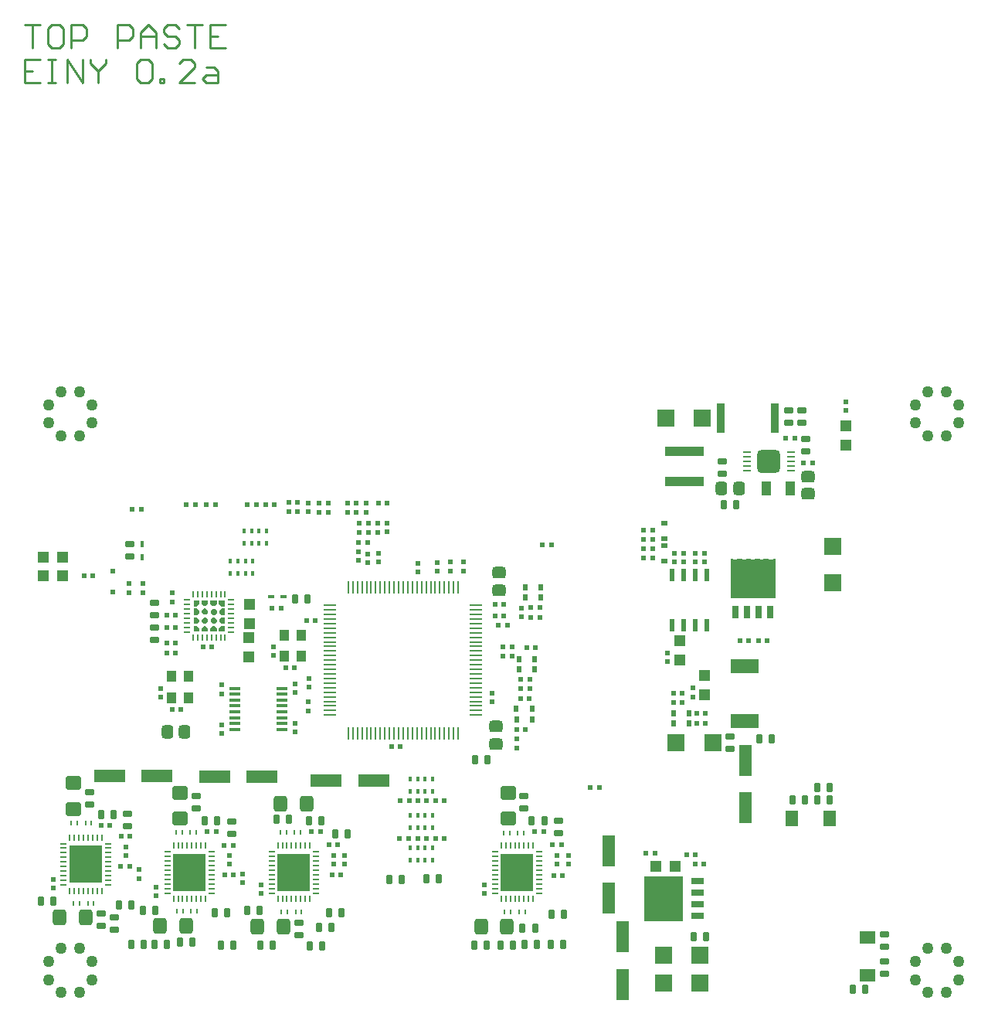
<source format=gtp>
G04 Layer_Color=8421504*
%FSLAX25Y25*%
%MOIN*%
G70*
G01*
G75*
%ADD60C,0.01000*%
%ADD97C,0.05000*%
G04:AMPARAMS|DCode=136|XSize=20mil|YSize=22mil|CornerRadius=3.4mil|HoleSize=0mil|Usage=FLASHONLY|Rotation=0.000|XOffset=0mil|YOffset=0mil|HoleType=Round|Shape=RoundedRectangle|*
%AMROUNDEDRECTD136*
21,1,0.02000,0.01520,0,0,0.0*
21,1,0.01320,0.02200,0,0,0.0*
1,1,0.00680,0.00660,-0.00760*
1,1,0.00680,-0.00660,-0.00760*
1,1,0.00680,-0.00660,0.00760*
1,1,0.00680,0.00660,0.00760*
%
%ADD136ROUNDEDRECTD136*%
%ADD137R,0.02162X0.02950*%
G04:AMPARAMS|DCode=138|XSize=20mil|YSize=22mil|CornerRadius=3.4mil|HoleSize=0mil|Usage=FLASHONLY|Rotation=90.000|XOffset=0mil|YOffset=0mil|HoleType=Round|Shape=RoundedRectangle|*
%AMROUNDEDRECTD138*
21,1,0.02000,0.01520,0,0,90.0*
21,1,0.01320,0.02200,0,0,90.0*
1,1,0.00680,0.00760,0.00660*
1,1,0.00680,0.00760,-0.00660*
1,1,0.00680,-0.00760,-0.00660*
1,1,0.00680,-0.00760,0.00660*
%
%ADD138ROUNDEDRECTD138*%
%ADD139R,0.01800X0.02400*%
%ADD140R,0.05312X0.13186*%
G04:AMPARAMS|DCode=141|XSize=27.13mil|YSize=37.37mil|CornerRadius=4.83mil|HoleSize=0mil|Usage=FLASHONLY|Rotation=0.000|XOffset=0mil|YOffset=0mil|HoleType=Round|Shape=RoundedRectangle|*
%AMROUNDEDRECTD141*
21,1,0.02713,0.02772,0,0,0.0*
21,1,0.01748,0.03737,0,0,0.0*
1,1,0.00965,0.00874,-0.01386*
1,1,0.00965,-0.00874,-0.01386*
1,1,0.00965,-0.00874,0.01386*
1,1,0.00965,0.00874,0.01386*
%
%ADD141ROUNDEDRECTD141*%
G04:AMPARAMS|DCode=142|XSize=61mil|YSize=69mil|CornerRadius=14.75mil|HoleSize=0mil|Usage=FLASHONLY|Rotation=90.000|XOffset=0mil|YOffset=0mil|HoleType=Round|Shape=RoundedRectangle|*
%AMROUNDEDRECTD142*
21,1,0.06100,0.03950,0,0,90.0*
21,1,0.03150,0.06900,0,0,90.0*
1,1,0.02950,0.01975,0.01575*
1,1,0.02950,0.01975,-0.01575*
1,1,0.02950,-0.01975,-0.01575*
1,1,0.02950,-0.01975,0.01575*
%
%ADD142ROUNDEDRECTD142*%
G04:AMPARAMS|DCode=143|XSize=27.13mil|YSize=37.37mil|CornerRadius=4.83mil|HoleSize=0mil|Usage=FLASHONLY|Rotation=270.000|XOffset=0mil|YOffset=0mil|HoleType=Round|Shape=RoundedRectangle|*
%AMROUNDEDRECTD143*
21,1,0.02713,0.02772,0,0,270.0*
21,1,0.01748,0.03737,0,0,270.0*
1,1,0.00965,-0.01386,-0.00874*
1,1,0.00965,-0.01386,0.00874*
1,1,0.00965,0.01386,0.00874*
1,1,0.00965,0.01386,-0.00874*
%
%ADD143ROUNDEDRECTD143*%
G04:AMPARAMS|DCode=144|XSize=61mil|YSize=69mil|CornerRadius=14.75mil|HoleSize=0mil|Usage=FLASHONLY|Rotation=180.000|XOffset=0mil|YOffset=0mil|HoleType=Round|Shape=RoundedRectangle|*
%AMROUNDEDRECTD144*
21,1,0.06100,0.03950,0,0,180.0*
21,1,0.03150,0.06900,0,0,180.0*
1,1,0.02950,-0.01575,0.01975*
1,1,0.02950,0.01575,0.01975*
1,1,0.02950,0.01575,-0.01975*
1,1,0.02950,-0.01575,-0.01975*
%
%ADD144ROUNDEDRECTD144*%
%ADD145R,0.13973X0.15942*%
%ADD146O,0.00784X0.03147*%
%ADD147O,0.03147X0.00784*%
%ADD148R,0.13186X0.05312*%
%ADD149R,0.16800X0.19500*%
%ADD150R,0.05400X0.02600*%
%ADD151R,0.03343X0.12792*%
%ADD152R,0.02200X0.02200*%
%ADD153R,0.05800X0.01000*%
%ADD154R,0.01000X0.05800*%
%ADD155R,0.04600X0.04600*%
%ADD156R,0.04600X0.04600*%
G04:AMPARAMS|DCode=157|XSize=9.02mil|YSize=29.5mil|CornerRadius=3.41mil|HoleSize=0mil|Usage=FLASHONLY|Rotation=180.000|XOffset=0mil|YOffset=0mil|HoleType=Round|Shape=RoundedRectangle|*
%AMROUNDEDRECTD157*
21,1,0.00902,0.02268,0,0,180.0*
21,1,0.00221,0.02950,0,0,180.0*
1,1,0.00682,-0.00110,0.01134*
1,1,0.00682,0.00110,0.01134*
1,1,0.00682,0.00110,-0.01134*
1,1,0.00682,-0.00110,-0.01134*
%
%ADD157ROUNDEDRECTD157*%
G04:AMPARAMS|DCode=158|XSize=9.02mil|YSize=29.5mil|CornerRadius=3.41mil|HoleSize=0mil|Usage=FLASHONLY|Rotation=270.000|XOffset=0mil|YOffset=0mil|HoleType=Round|Shape=RoundedRectangle|*
%AMROUNDEDRECTD158*
21,1,0.00902,0.02268,0,0,270.0*
21,1,0.00221,0.02950,0,0,270.0*
1,1,0.00682,-0.01134,-0.00110*
1,1,0.00682,-0.01134,0.00110*
1,1,0.00682,0.01134,0.00110*
1,1,0.00682,0.01134,-0.00110*
%
%ADD158ROUNDEDRECTD158*%
%ADD159R,0.04000X0.05000*%
%ADD160R,0.02600X0.05400*%
%ADD161R,0.19500X0.16800*%
G04:AMPARAMS|DCode=162|XSize=50mil|YSize=58mil|CornerRadius=12mil|HoleSize=0mil|Usage=FLASHONLY|Rotation=180.000|XOffset=0mil|YOffset=0mil|HoleType=Round|Shape=RoundedRectangle|*
%AMROUNDEDRECTD162*
21,1,0.05000,0.03400,0,0,180.0*
21,1,0.02600,0.05800,0,0,180.0*
1,1,0.02400,-0.01300,0.01700*
1,1,0.02400,0.01300,0.01700*
1,1,0.02400,0.01300,-0.01700*
1,1,0.02400,-0.01300,-0.01700*
%
%ADD162ROUNDEDRECTD162*%
%ADD163R,0.12400X0.06100*%
%ADD164R,0.07700X0.07700*%
%ADD165R,0.07700X0.07700*%
%ADD166R,0.04800X0.01300*%
G04:AMPARAMS|DCode=167|XSize=50mil|YSize=58mil|CornerRadius=12mil|HoleSize=0mil|Usage=FLASHONLY|Rotation=270.000|XOffset=0mil|YOffset=0mil|HoleType=Round|Shape=RoundedRectangle|*
%AMROUNDEDRECTD167*
21,1,0.05000,0.03400,0,0,270.0*
21,1,0.02600,0.05800,0,0,270.0*
1,1,0.02400,-0.01700,-0.01300*
1,1,0.02400,-0.01700,0.01300*
1,1,0.02400,0.01700,0.01300*
1,1,0.02400,0.01700,-0.01300*
%
%ADD167ROUNDEDRECTD167*%
%ADD168R,0.02600X0.01800*%
%ADD169R,0.01800X0.02600*%
%ADD170R,0.05233X0.06887*%
%ADD171R,0.06887X0.05233*%
%ADD172R,0.04131X0.06493*%
%ADD173R,0.16532X0.04446*%
G04:AMPARAMS|DCode=174|XSize=103mil|YSize=103mil|CornerRadius=25.25mil|HoleSize=0mil|Usage=FLASHONLY|Rotation=180.000|XOffset=0mil|YOffset=0mil|HoleType=Round|Shape=RoundedRectangle|*
%AMROUNDEDRECTD174*
21,1,0.10300,0.05250,0,0,180.0*
21,1,0.05250,0.10300,0,0,180.0*
1,1,0.05050,-0.02625,0.02625*
1,1,0.05050,0.02625,0.02625*
1,1,0.05050,0.02625,-0.02625*
1,1,0.05050,-0.02625,-0.02625*
%
%ADD174ROUNDEDRECTD174*%
%ADD175R,0.03816X0.00981*%
%ADD176R,0.02200X0.05800*%
%ADD177R,0.02950X0.02162*%
%ADD178R,0.00984X0.01969*%
G36*
X79108Y167336D02*
Y166006D01*
X76352D01*
Y167294D01*
X77342Y168269D01*
X78160D01*
X79108Y167336D01*
D02*
G37*
G36*
X82848D02*
Y166006D01*
X80092D01*
Y167294D01*
X81083Y168269D01*
X81900D01*
X82848Y167336D01*
D02*
G37*
G36*
X272581Y59468D02*
X267381D01*
Y60468D01*
X272581D01*
Y59468D01*
D02*
G37*
G36*
X75466Y167187D02*
Y166006D01*
X73005D01*
Y168466D01*
X74187D01*
X75466Y167187D01*
D02*
G37*
G36*
X86194Y166006D02*
X83734D01*
Y167187D01*
X85013Y168466D01*
X86194D01*
Y166006D01*
D02*
G37*
G36*
Y169352D02*
X84915D01*
X83931Y170336D01*
Y171222D01*
X84816Y172108D01*
X86194D01*
Y169352D01*
D02*
G37*
G36*
X79009Y171222D02*
Y170238D01*
X78222Y169450D01*
X77238D01*
X76352Y170336D01*
Y171124D01*
X77336Y172108D01*
X78124D01*
X79009Y171222D01*
D02*
G37*
G36*
X75269Y171117D02*
Y170300D01*
X74336Y169352D01*
X73005D01*
Y172108D01*
X74294D01*
X75269Y171117D01*
D02*
G37*
G36*
X82848Y171124D02*
Y170336D01*
X81864Y169352D01*
X81076D01*
X80190Y170238D01*
Y171222D01*
X80978Y172009D01*
X81962D01*
X82848Y171124D01*
D02*
G37*
G36*
X283961Y44823D02*
X283055D01*
Y45807D01*
X283488Y46240D01*
X283961D01*
Y44823D01*
D02*
G37*
G36*
X270181Y49626D02*
Y48130D01*
X269781Y47736D01*
X267381D01*
Y49980D01*
X269881D01*
X270181Y49626D01*
D02*
G37*
G36*
X272581Y41161D02*
X267381D01*
Y42264D01*
X272581D01*
Y41161D01*
D02*
G37*
G36*
X270181Y45846D02*
Y44350D01*
X269781Y43957D01*
X267381D01*
Y46201D01*
X269881D01*
X270181Y45846D01*
D02*
G37*
G36*
X283961Y47854D02*
X283449D01*
X283095Y48209D01*
Y49626D01*
X283449Y49980D01*
X283961D01*
Y47854D01*
D02*
G37*
G36*
X270181Y57168D02*
Y55668D01*
X269781Y55268D01*
X267381D01*
Y57468D01*
X269781D01*
X270181Y57168D01*
D02*
G37*
G36*
X283961Y55468D02*
X283488D01*
X283055Y55868D01*
Y56768D01*
X283961D01*
Y55468D01*
D02*
G37*
G36*
X270181Y53368D02*
Y51968D01*
X269781Y51568D01*
X267381D01*
Y53768D01*
X269781D01*
X270181Y53368D01*
D02*
G37*
G36*
X283961Y51668D02*
X283449D01*
X283095Y52068D01*
Y53468D01*
X283449Y53768D01*
X283961D01*
Y51668D01*
D02*
G37*
G36*
X320213Y180598D02*
X318913D01*
Y181070D01*
X319313Y181503D01*
X320213D01*
Y180598D01*
D02*
G37*
G36*
X305710Y191977D02*
X304607D01*
Y197177D01*
X305710D01*
Y191977D01*
D02*
G37*
G36*
X313426Y181109D02*
Y180598D01*
X311300D01*
Y181109D01*
X311654Y181464D01*
X313072D01*
X313426Y181109D01*
D02*
G37*
G36*
X317213D02*
Y180598D01*
X315113D01*
Y181109D01*
X315513Y181464D01*
X316913D01*
X317213Y181109D01*
D02*
G37*
G36*
X323913Y191977D02*
X322913D01*
Y197177D01*
X323913D01*
Y191977D01*
D02*
G37*
G36*
X317213Y194777D02*
X316813Y194377D01*
X315413D01*
X315013Y194777D01*
Y197177D01*
X317213D01*
Y194777D01*
D02*
G37*
G36*
X320913D02*
X320613Y194377D01*
X319113D01*
X318713Y194777D01*
Y197177D01*
X320913D01*
Y194777D01*
D02*
G37*
G36*
X309647Y194677D02*
X309292Y194377D01*
X307796D01*
X307402Y194777D01*
Y197177D01*
X309647D01*
Y194677D01*
D02*
G37*
G36*
X313426D02*
X313072Y194377D01*
X311576D01*
X311182Y194777D01*
Y197177D01*
X313426D01*
Y194677D01*
D02*
G37*
G36*
X86194Y173092D02*
X84906D01*
X83931Y174083D01*
Y174900D01*
X84864Y175848D01*
X86194D01*
Y173092D01*
D02*
G37*
G36*
X79009Y174962D02*
Y173978D01*
X78222Y173191D01*
X77238D01*
X76352Y174076D01*
Y174864D01*
X77336Y175848D01*
X78124D01*
X79009Y174962D01*
D02*
G37*
G36*
X75269Y174864D02*
Y173978D01*
X74383Y173092D01*
X73005D01*
Y175848D01*
X74285D01*
X75269Y174864D01*
D02*
G37*
G36*
X82848Y174864D02*
Y174076D01*
X81864Y173092D01*
X81076D01*
X80190Y173978D01*
Y174962D01*
X80978Y175750D01*
X81962D01*
X82848Y174864D01*
D02*
G37*
G36*
X75466Y178013D02*
X74187Y176734D01*
X73005D01*
Y179194D01*
X75466D01*
Y178013D01*
D02*
G37*
G36*
X82848Y177906D02*
X81858Y176931D01*
X81040D01*
X80092Y177864D01*
Y179194D01*
X82848D01*
Y177906D01*
D02*
G37*
G36*
X309686Y181070D02*
Y180598D01*
X308268D01*
Y181503D01*
X309253D01*
X309686Y181070D01*
D02*
G37*
G36*
X86194Y176734D02*
X85013D01*
X83734Y178013D01*
Y179194D01*
X86194D01*
Y176734D01*
D02*
G37*
G36*
X79108Y177906D02*
X78117Y176931D01*
X77300D01*
X76352Y177864D01*
Y179194D01*
X79108D01*
Y177906D01*
D02*
G37*
G54D60*
X0Y427497D02*
X6664D01*
X3332D01*
Y417500D01*
X14995Y427497D02*
X11663D01*
X9997Y425831D01*
Y419166D01*
X11663Y417500D01*
X14995D01*
X16661Y419166D01*
Y425831D01*
X14995Y427497D01*
X19994Y417500D02*
Y427497D01*
X24992D01*
X26658Y425831D01*
Y422498D01*
X24992Y420832D01*
X19994D01*
X39987Y417500D02*
Y427497D01*
X44985D01*
X46652Y425831D01*
Y422498D01*
X44985Y420832D01*
X39987D01*
X49984Y417500D02*
Y424164D01*
X53316Y427497D01*
X56648Y424164D01*
Y417500D01*
Y422498D01*
X49984D01*
X66645Y425831D02*
X64979Y427497D01*
X61647D01*
X59981Y425831D01*
Y424164D01*
X61647Y422498D01*
X64979D01*
X66645Y420832D01*
Y419166D01*
X64979Y417500D01*
X61647D01*
X59981Y419166D01*
X69977Y427497D02*
X76642D01*
X73310D01*
Y417500D01*
X86639Y427497D02*
X79974D01*
Y417500D01*
X86639D01*
X79974Y422498D02*
X83306D01*
X6664Y412497D02*
X0D01*
Y402500D01*
X6664D01*
X0Y407498D02*
X3332D01*
X9997Y412497D02*
X13329D01*
X11663D01*
Y402500D01*
X9997D01*
X13329D01*
X18327D02*
Y412497D01*
X24992Y402500D01*
Y412497D01*
X28324D02*
Y410831D01*
X31656Y407498D01*
X34989Y410831D01*
Y412497D01*
X31656Y407498D02*
Y402500D01*
X48318Y410831D02*
X49984Y412497D01*
X53316D01*
X54982Y410831D01*
Y404166D01*
X53316Y402500D01*
X49984D01*
X48318Y404166D01*
Y410831D01*
X58315Y402500D02*
Y404166D01*
X59981D01*
Y402500D01*
X58315D01*
X73310D02*
X66645D01*
X73310Y409164D01*
Y410831D01*
X71644Y412497D01*
X68311D01*
X66645Y410831D01*
X78308Y409164D02*
X81640D01*
X83306Y407498D01*
Y402500D01*
X78308D01*
X76642Y404166D01*
X78308Y405832D01*
X83306D01*
G54D97*
X397663Y10261D02*
D03*
X389789D02*
D03*
X384277Y15773D02*
D03*
Y23647D02*
D03*
X389789Y29159D02*
D03*
X397663D02*
D03*
X403175Y23647D02*
D03*
Y15773D02*
D03*
X23647Y10261D02*
D03*
X15773D02*
D03*
X10261Y15773D02*
D03*
Y23647D02*
D03*
X15773Y29159D02*
D03*
X23647D02*
D03*
X29159Y23647D02*
D03*
Y15773D02*
D03*
X23647Y250419D02*
D03*
X15773D02*
D03*
X10261Y255931D02*
D03*
Y263805D02*
D03*
X15773Y269317D02*
D03*
X23647D02*
D03*
X29159Y263805D02*
D03*
Y255931D02*
D03*
X397663Y250419D02*
D03*
X389789D02*
D03*
X384277Y255931D02*
D03*
Y263805D02*
D03*
X389789Y269317D02*
D03*
X397663D02*
D03*
X403175Y263805D02*
D03*
Y255931D02*
D03*
G54D136*
X270900Y205600D02*
D03*
X267110D02*
D03*
X222290Y176200D02*
D03*
X218500D02*
D03*
X267130Y209600D02*
D03*
X270900D02*
D03*
X152630Y221300D02*
D03*
X156400D02*
D03*
X139230Y217300D02*
D03*
X143000D02*
D03*
X139230Y221300D02*
D03*
X143000D02*
D03*
X130870Y217400D02*
D03*
X127100D02*
D03*
X130870Y221402D02*
D03*
X127100D02*
D03*
X117770Y217600D02*
D03*
X114000D02*
D03*
X117770Y221500D02*
D03*
X114000D02*
D03*
X104000Y220600D02*
D03*
X107770D02*
D03*
X96100D02*
D03*
X99870D02*
D03*
X78430Y220500D02*
D03*
X82200D02*
D03*
X69830D02*
D03*
X73600D02*
D03*
X46430Y218800D02*
D03*
X50200D02*
D03*
X147870Y204200D02*
D03*
X144100D02*
D03*
X223870Y79600D02*
D03*
X220100D02*
D03*
X227830Y73900D02*
D03*
X231600D02*
D03*
X231970Y60600D02*
D03*
X228200D02*
D03*
X127570Y79700D02*
D03*
X123800D02*
D03*
X131330Y73900D02*
D03*
X135100D02*
D03*
X136370Y61000D02*
D03*
X132600D02*
D03*
X86400D02*
D03*
X90170D02*
D03*
X89938Y73800D02*
D03*
X86168D02*
D03*
X78800Y79700D02*
D03*
X82570D02*
D03*
X36770Y82200D02*
D03*
X33000D02*
D03*
X41630Y77600D02*
D03*
X45400D02*
D03*
X202880Y172663D02*
D03*
X206650D02*
D03*
X125320Y170694D02*
D03*
X121550D02*
D03*
X158391Y116279D02*
D03*
X162161D02*
D03*
X110557Y176009D02*
D03*
X106787D02*
D03*
X64970Y156600D02*
D03*
X61200D02*
D03*
X64970Y161100D02*
D03*
X61200D02*
D03*
X67446Y132309D02*
D03*
X63676D02*
D03*
X80635Y159179D02*
D03*
X76865D02*
D03*
X116462Y150320D02*
D03*
X112692D02*
D03*
X204454Y168529D02*
D03*
X208224D02*
D03*
X220470Y159100D02*
D03*
X216700D02*
D03*
X61210Y167600D02*
D03*
X65000D02*
D03*
X61210Y173100D02*
D03*
X65000D02*
D03*
X202880Y177584D02*
D03*
X206650D02*
D03*
X177373Y92884D02*
D03*
X181143D02*
D03*
X177373Y76546D02*
D03*
X181143D02*
D03*
X173338Y92983D02*
D03*
X169568D02*
D03*
X173338Y76644D02*
D03*
X169568D02*
D03*
X165857Y92983D02*
D03*
X162087D02*
D03*
X165562Y76644D02*
D03*
X161792D02*
D03*
X206430Y159200D02*
D03*
X210200D02*
D03*
X332270Y249200D02*
D03*
X328500D02*
D03*
X336110Y238700D02*
D03*
X339900D02*
D03*
X45270Y64700D02*
D03*
X41500D02*
D03*
X293670Y130700D02*
D03*
X289900D02*
D03*
X283700Y139300D02*
D03*
X279910D02*
D03*
X270890Y197600D02*
D03*
X267100D02*
D03*
X279900Y135200D02*
D03*
X283690D02*
D03*
X222290Y172000D02*
D03*
X218500D02*
D03*
X214010Y136900D02*
D03*
X217800D02*
D03*
X268110Y70200D02*
D03*
X271900D02*
D03*
X285510Y69700D02*
D03*
X289300D02*
D03*
X289310Y65500D02*
D03*
X293100D02*
D03*
X308610Y162100D02*
D03*
X312400D02*
D03*
X316510D02*
D03*
X320300D02*
D03*
X270890Y201700D02*
D03*
X267100D02*
D03*
X25510Y190000D02*
D03*
X29300D02*
D03*
X210190Y155400D02*
D03*
X206400D02*
D03*
X223430Y203200D02*
D03*
X227200D02*
D03*
X212310Y123600D02*
D03*
X216100D02*
D03*
X247900Y98800D02*
D03*
X244130D02*
D03*
X289900Y126400D02*
D03*
X293690D02*
D03*
G54D137*
X212154Y132600D02*
D03*
X218847D02*
D03*
X218900Y128000D02*
D03*
X212207D02*
D03*
X213353Y154100D02*
D03*
X220046D02*
D03*
X220046Y149500D02*
D03*
X213353D02*
D03*
X215953Y185100D02*
D03*
X222646D02*
D03*
X222646Y180500D02*
D03*
X215953D02*
D03*
X286647Y130800D02*
D03*
X279954D02*
D03*
X279954Y126200D02*
D03*
X286647D02*
D03*
G54D138*
X218000Y141410D02*
D03*
Y145200D02*
D03*
X214300Y175990D02*
D03*
Y172200D02*
D03*
X156500Y208830D02*
D03*
Y212600D02*
D03*
X152500Y212570D02*
D03*
Y208800D02*
D03*
X148500Y212570D02*
D03*
Y208800D02*
D03*
X144400Y212590D02*
D03*
Y208800D02*
D03*
X147300Y221170D02*
D03*
Y217400D02*
D03*
X122400Y217610D02*
D03*
Y221400D02*
D03*
X152800Y199670D02*
D03*
Y195900D02*
D03*
X147900Y199270D02*
D03*
Y195500D02*
D03*
X144000Y200290D02*
D03*
Y196500D02*
D03*
X189400Y195870D02*
D03*
Y192100D02*
D03*
X183700Y195870D02*
D03*
Y192100D02*
D03*
X177900Y195770D02*
D03*
Y192000D02*
D03*
X234600Y65510D02*
D03*
Y69300D02*
D03*
X229800Y69270D02*
D03*
Y65500D02*
D03*
X198300Y52830D02*
D03*
Y56600D02*
D03*
X133300Y69270D02*
D03*
Y65500D02*
D03*
X138100Y65510D02*
D03*
Y69300D02*
D03*
X101900Y53030D02*
D03*
Y56800D02*
D03*
X94100Y57510D02*
D03*
Y61300D02*
D03*
X88300Y65500D02*
D03*
Y69270D02*
D03*
X43700Y72970D02*
D03*
Y69200D02*
D03*
X201600Y135557D02*
D03*
Y139327D02*
D03*
X122700Y141830D02*
D03*
Y145600D02*
D03*
X63600Y178730D02*
D03*
Y182500D02*
D03*
X58785Y141265D02*
D03*
Y137495D02*
D03*
X107210Y159277D02*
D03*
Y155507D02*
D03*
X169710Y191518D02*
D03*
Y195288D02*
D03*
X51053Y186491D02*
D03*
Y182701D02*
D03*
X84966Y121876D02*
D03*
Y125646D02*
D03*
X116757Y122565D02*
D03*
Y126335D02*
D03*
X116659Y143431D02*
D03*
Y139661D02*
D03*
X84868Y142840D02*
D03*
Y139070D02*
D03*
X45053Y182730D02*
D03*
Y186500D02*
D03*
X12200Y55330D02*
D03*
Y59100D02*
D03*
X56800Y55700D02*
D03*
Y51930D02*
D03*
X49400Y59410D02*
D03*
Y63200D02*
D03*
X288300Y137700D02*
D03*
Y141490D02*
D03*
X277300Y153000D02*
D03*
Y156790D02*
D03*
X289400Y196000D02*
D03*
Y199790D02*
D03*
X212300Y119590D02*
D03*
Y115800D02*
D03*
X354500Y264990D02*
D03*
Y261200D02*
D03*
X122500Y131710D02*
D03*
Y135500D02*
D03*
X280300Y196000D02*
D03*
Y199790D02*
D03*
X284400Y196000D02*
D03*
Y199790D02*
D03*
X293500Y196000D02*
D03*
Y199790D02*
D03*
X213900Y141410D02*
D03*
Y145200D02*
D03*
G54D139*
X94776Y209200D02*
D03*
X97925D02*
D03*
X101100D02*
D03*
X104300D02*
D03*
Y203843D02*
D03*
X101100D02*
D03*
X97925D02*
D03*
X94776D02*
D03*
X98352Y196186D02*
D03*
X95202D02*
D03*
X92028D02*
D03*
X88828D02*
D03*
Y190829D02*
D03*
X92028D02*
D03*
X95202D02*
D03*
X98352D02*
D03*
X175897Y102235D02*
D03*
X172747D02*
D03*
X169572D02*
D03*
X166372D02*
D03*
Y96877D02*
D03*
X169572D02*
D03*
X172747D02*
D03*
X175897D02*
D03*
Y86683D02*
D03*
X172747D02*
D03*
X169572D02*
D03*
X166372D02*
D03*
Y81326D02*
D03*
X169572D02*
D03*
X172747D02*
D03*
X175897D02*
D03*
Y72707D02*
D03*
X172747D02*
D03*
X169572D02*
D03*
X166372D02*
D03*
Y67350D02*
D03*
X169572D02*
D03*
X172747D02*
D03*
X175897D02*
D03*
G54D140*
X311100Y89964D02*
D03*
Y110436D02*
D03*
X252000Y50964D02*
D03*
Y71436D02*
D03*
X257900Y13764D02*
D03*
Y34236D02*
D03*
G54D141*
X194423Y110500D02*
D03*
X199777D02*
D03*
X224177Y84300D02*
D03*
X218823D02*
D03*
X232577Y44100D02*
D03*
X227223D02*
D03*
X220177Y38000D02*
D03*
X214823D02*
D03*
X215523Y31000D02*
D03*
X220877D02*
D03*
X205223Y30700D02*
D03*
X210577D02*
D03*
X227123Y31000D02*
D03*
X232477D02*
D03*
X193923Y30700D02*
D03*
X199277D02*
D03*
X162677Y59000D02*
D03*
X157323D02*
D03*
X173323Y59200D02*
D03*
X178677D02*
D03*
X127877Y84400D02*
D03*
X122523D02*
D03*
X114077Y85100D02*
D03*
X108723D02*
D03*
X134123Y78700D02*
D03*
X139477D02*
D03*
X136577Y44800D02*
D03*
X131223D02*
D03*
X127123Y38200D02*
D03*
X132477D02*
D03*
X123023Y30200D02*
D03*
X128377D02*
D03*
X107077Y30600D02*
D03*
X101723D02*
D03*
X101377Y45500D02*
D03*
X96023D02*
D03*
X82977Y84400D02*
D03*
X77623D02*
D03*
X87377Y44700D02*
D03*
X82023D02*
D03*
X84723Y30500D02*
D03*
X90077D02*
D03*
X67023Y32000D02*
D03*
X72377D02*
D03*
X61477Y31000D02*
D03*
X56123D02*
D03*
X38377Y86900D02*
D03*
X33023D02*
D03*
X51400Y31000D02*
D03*
X46046D02*
D03*
X12277Y49500D02*
D03*
X6923D02*
D03*
X121993Y179946D02*
D03*
X116639D02*
D03*
X293877Y34200D02*
D03*
X288523D02*
D03*
X317023Y119700D02*
D03*
X322377D02*
D03*
X357323Y11800D02*
D03*
X362677D02*
D03*
X301723Y220700D02*
D03*
X307077D02*
D03*
X347377Y93200D02*
D03*
X342023D02*
D03*
X331323D02*
D03*
X336677D02*
D03*
X342023Y98800D02*
D03*
X347377D02*
D03*
X45977Y47900D02*
D03*
X40623D02*
D03*
X56277Y45700D02*
D03*
X50923D02*
D03*
G54D142*
X208800Y85202D02*
D03*
Y96400D02*
D03*
X67100Y85202D02*
D03*
Y96400D02*
D03*
X21100Y89402D02*
D03*
Y100600D02*
D03*
G54D143*
X215500Y94977D02*
D03*
Y89623D02*
D03*
X230400Y78923D02*
D03*
Y84277D02*
D03*
X73900Y94877D02*
D03*
Y89523D02*
D03*
X118200Y34923D02*
D03*
Y40277D02*
D03*
X89200Y78523D02*
D03*
Y83877D02*
D03*
X44300Y81923D02*
D03*
Y87277D02*
D03*
X27900Y96777D02*
D03*
Y91423D02*
D03*
X56100Y162423D02*
D03*
Y167778D02*
D03*
X56100Y178277D02*
D03*
Y172923D02*
D03*
X45497Y198234D02*
D03*
Y203589D02*
D03*
X300900Y233823D02*
D03*
Y239177D02*
D03*
X337000Y243523D02*
D03*
Y248878D02*
D03*
X329655Y261294D02*
D03*
Y255940D02*
D03*
X335363D02*
D03*
Y261294D02*
D03*
X371100Y35477D02*
D03*
Y30123D02*
D03*
Y18323D02*
D03*
Y23677D02*
D03*
X304300Y120677D02*
D03*
Y115323D02*
D03*
X32900Y38823D02*
D03*
Y44177D02*
D03*
X38600Y42777D02*
D03*
Y37423D02*
D03*
G54D144*
X208098Y38800D02*
D03*
X196900D02*
D03*
X111598Y38700D02*
D03*
X100400D02*
D03*
X69598Y39100D02*
D03*
X58400D02*
D03*
X26198Y42700D02*
D03*
X15000D02*
D03*
X110502Y91800D02*
D03*
X121700D02*
D03*
G54D145*
X212500Y62006D02*
D03*
X116100D02*
D03*
X71100D02*
D03*
X26362Y65605D02*
D03*
G54D146*
X205610Y73521D02*
D03*
X207579D02*
D03*
X209547D02*
D03*
X211516D02*
D03*
X213484D02*
D03*
X215453D02*
D03*
X217421D02*
D03*
X219390D02*
D03*
Y50490D02*
D03*
X217421D02*
D03*
X215453D02*
D03*
X213484D02*
D03*
X211516D02*
D03*
X209547D02*
D03*
X207579D02*
D03*
X205610D02*
D03*
X109210Y73521D02*
D03*
X111179D02*
D03*
X113147D02*
D03*
X115116D02*
D03*
X117084D02*
D03*
X119053D02*
D03*
X121021D02*
D03*
X122990D02*
D03*
Y50490D02*
D03*
X121021D02*
D03*
X119053D02*
D03*
X117084D02*
D03*
X115116D02*
D03*
X113147D02*
D03*
X111179D02*
D03*
X109210D02*
D03*
X64210D02*
D03*
X66179D02*
D03*
X68147D02*
D03*
X70116D02*
D03*
X72084D02*
D03*
X74053D02*
D03*
X76021D02*
D03*
X77990D02*
D03*
Y73521D02*
D03*
X76021D02*
D03*
X74053D02*
D03*
X72084D02*
D03*
X70116D02*
D03*
X68147D02*
D03*
X66179D02*
D03*
X64210D02*
D03*
X19473Y77121D02*
D03*
X21441D02*
D03*
X23410D02*
D03*
X25378D02*
D03*
X27347D02*
D03*
X29315D02*
D03*
X31284D02*
D03*
X33252D02*
D03*
Y54090D02*
D03*
X31284D02*
D03*
X29315D02*
D03*
X27347D02*
D03*
X25378D02*
D03*
X23410D02*
D03*
X21441D02*
D03*
X19473D02*
D03*
G54D147*
X222047Y70864D02*
D03*
Y68895D02*
D03*
Y66927D02*
D03*
Y64958D02*
D03*
Y62990D02*
D03*
Y61021D02*
D03*
Y59053D02*
D03*
Y57084D02*
D03*
Y55116D02*
D03*
Y53147D02*
D03*
X202953D02*
D03*
Y55116D02*
D03*
Y57084D02*
D03*
Y59053D02*
D03*
Y61021D02*
D03*
Y62990D02*
D03*
Y64958D02*
D03*
Y66927D02*
D03*
Y68895D02*
D03*
Y70864D02*
D03*
X125647D02*
D03*
Y68895D02*
D03*
Y66927D02*
D03*
Y64958D02*
D03*
Y62990D02*
D03*
Y61021D02*
D03*
Y59053D02*
D03*
Y57084D02*
D03*
Y55116D02*
D03*
Y53147D02*
D03*
X106553D02*
D03*
Y55116D02*
D03*
Y57084D02*
D03*
Y59053D02*
D03*
Y61021D02*
D03*
Y62990D02*
D03*
Y64958D02*
D03*
Y66927D02*
D03*
Y68895D02*
D03*
Y70864D02*
D03*
X61553D02*
D03*
Y68895D02*
D03*
Y66927D02*
D03*
Y64958D02*
D03*
Y62990D02*
D03*
Y61021D02*
D03*
Y59053D02*
D03*
Y57084D02*
D03*
Y55116D02*
D03*
Y53147D02*
D03*
X80647D02*
D03*
Y55116D02*
D03*
Y57084D02*
D03*
Y59053D02*
D03*
Y61021D02*
D03*
Y62990D02*
D03*
Y64958D02*
D03*
Y66927D02*
D03*
Y68895D02*
D03*
Y70864D02*
D03*
X35910Y74464D02*
D03*
Y72495D02*
D03*
Y70527D02*
D03*
Y68558D02*
D03*
Y66590D02*
D03*
Y64621D02*
D03*
Y62653D02*
D03*
Y60684D02*
D03*
Y58716D02*
D03*
Y56747D02*
D03*
X16815D02*
D03*
Y58716D02*
D03*
Y60684D02*
D03*
Y62653D02*
D03*
Y64621D02*
D03*
Y66590D02*
D03*
Y68558D02*
D03*
Y70527D02*
D03*
Y72495D02*
D03*
Y74464D02*
D03*
G54D148*
X102336Y103200D02*
D03*
X81864D02*
D03*
X150536Y101500D02*
D03*
X130064D02*
D03*
X57136Y103700D02*
D03*
X36664D02*
D03*
G54D149*
X275781Y50768D02*
D03*
G54D150*
X290220Y58268D02*
D03*
Y53268D02*
D03*
Y48268D02*
D03*
Y43268D02*
D03*
G54D151*
X323714Y258100D02*
D03*
X300486D02*
D03*
G54D152*
X38017Y191856D02*
D03*
Y183125D02*
D03*
G54D153*
X194779Y177222D02*
D03*
Y175254D02*
D03*
Y173285D02*
D03*
Y171317D02*
D03*
Y169348D02*
D03*
Y167380D02*
D03*
Y165411D02*
D03*
Y163443D02*
D03*
Y161474D02*
D03*
Y159506D02*
D03*
Y157537D02*
D03*
Y155569D02*
D03*
Y153600D02*
D03*
Y151600D02*
D03*
Y149600D02*
D03*
Y147600D02*
D03*
Y145700D02*
D03*
Y143700D02*
D03*
Y141700D02*
D03*
Y139800D02*
D03*
Y137800D02*
D03*
Y135800D02*
D03*
Y133900D02*
D03*
Y131900D02*
D03*
Y129900D02*
D03*
X131783D02*
D03*
Y131900D02*
D03*
Y133900D02*
D03*
Y135800D02*
D03*
Y137800D02*
D03*
Y139800D02*
D03*
Y141700D02*
D03*
Y143700D02*
D03*
Y145700D02*
D03*
Y147600D02*
D03*
Y149600D02*
D03*
Y151600D02*
D03*
Y153600D02*
D03*
Y155569D02*
D03*
Y157537D02*
D03*
Y159506D02*
D03*
Y161474D02*
D03*
Y163443D02*
D03*
Y165411D02*
D03*
Y167380D02*
D03*
Y169348D02*
D03*
Y171317D02*
D03*
Y173285D02*
D03*
Y175254D02*
D03*
Y177222D02*
D03*
G54D154*
X186979Y122100D02*
D03*
X184979D02*
D03*
X182979D02*
D03*
X181079D02*
D03*
X179079D02*
D03*
X177079D02*
D03*
X175179D02*
D03*
X173179D02*
D03*
X171179D02*
D03*
X169279D02*
D03*
X167279D02*
D03*
X165279D02*
D03*
X163279D02*
D03*
X161310D02*
D03*
X159342D02*
D03*
X157373D02*
D03*
X155405D02*
D03*
X153436D02*
D03*
X151468D02*
D03*
X149499D02*
D03*
X147531D02*
D03*
X145562D02*
D03*
X143594D02*
D03*
X141625D02*
D03*
X139657D02*
D03*
Y185096D02*
D03*
X141625D02*
D03*
X143594D02*
D03*
X145562D02*
D03*
X147531D02*
D03*
X149499D02*
D03*
X151468D02*
D03*
X153436D02*
D03*
X155405D02*
D03*
X157373D02*
D03*
X159342D02*
D03*
X161310D02*
D03*
X163279D02*
D03*
X165279D02*
D03*
X167279D02*
D03*
X169279D02*
D03*
X171179D02*
D03*
X173179D02*
D03*
X175179D02*
D03*
X177079D02*
D03*
X179079D02*
D03*
X181079D02*
D03*
X182979D02*
D03*
X184979D02*
D03*
X186979D02*
D03*
G54D155*
X7900Y190100D02*
D03*
X16234D02*
D03*
X7900Y198100D02*
D03*
X16234D02*
D03*
X280800Y64600D02*
D03*
X272466D02*
D03*
G54D156*
X96777Y163182D02*
D03*
Y154848D02*
D03*
X96876Y169349D02*
D03*
Y177683D02*
D03*
X354500Y246400D02*
D03*
Y254734D02*
D03*
X282800Y161900D02*
D03*
Y153566D02*
D03*
X293300Y147100D02*
D03*
Y138766D02*
D03*
G54D157*
X72700Y163151D02*
D03*
X74600D02*
D03*
X76600D02*
D03*
X78600D02*
D03*
X80584D02*
D03*
X82553D02*
D03*
X84521D02*
D03*
X86490D02*
D03*
Y182100D02*
D03*
X84521D02*
D03*
X82553D02*
D03*
X80584D02*
D03*
X78600D02*
D03*
X76600D02*
D03*
X74600D02*
D03*
X72700D02*
D03*
G54D158*
X89049Y165710D02*
D03*
Y167679D02*
D03*
Y169647D02*
D03*
Y171616D02*
D03*
Y173600D02*
D03*
Y175600D02*
D03*
Y177600D02*
D03*
Y179500D02*
D03*
X70100D02*
D03*
Y177600D02*
D03*
Y175600D02*
D03*
Y173600D02*
D03*
Y171616D02*
D03*
Y169647D02*
D03*
Y167679D02*
D03*
Y165710D02*
D03*
G54D159*
X63354Y146540D02*
D03*
Y137412D02*
D03*
X70696D02*
D03*
Y146540D02*
D03*
X119256Y155271D02*
D03*
Y164399D02*
D03*
X111915D02*
D03*
Y155271D02*
D03*
G54D160*
X306713Y174338D02*
D03*
X311713D02*
D03*
X316713D02*
D03*
X321713D02*
D03*
G54D161*
X314213Y188777D02*
D03*
G54D162*
X61580Y122565D02*
D03*
X69120D02*
D03*
X308200Y227600D02*
D03*
X300660D02*
D03*
G54D163*
X310533Y127408D02*
D03*
Y151119D02*
D03*
G54D164*
X296874Y117900D02*
D03*
X281100D02*
D03*
X291355Y14383D02*
D03*
X275581D02*
D03*
X291446Y26168D02*
D03*
X275672D02*
D03*
X276726Y258100D02*
D03*
X292500D02*
D03*
G54D165*
X348700Y186926D02*
D03*
Y202700D02*
D03*
G54D166*
X111113Y141354D02*
D03*
Y138854D02*
D03*
X90576Y123804D02*
D03*
X111113Y126304D02*
D03*
X90576D02*
D03*
Y131304D02*
D03*
X111113Y123804D02*
D03*
X90576Y128804D02*
D03*
X111113D02*
D03*
X111113Y131304D02*
D03*
X111113Y136354D02*
D03*
X90576Y133854D02*
D03*
Y136354D02*
D03*
Y141354D02*
D03*
X111113Y133854D02*
D03*
X90576Y138854D02*
D03*
G54D167*
X204800Y183700D02*
D03*
Y191240D02*
D03*
X338100Y225200D02*
D03*
Y232740D02*
D03*
X203500Y124840D02*
D03*
Y117300D02*
D03*
G54D168*
X111836Y181128D02*
D03*
X106324D02*
D03*
G54D169*
X50517Y203569D02*
D03*
Y198057D02*
D03*
G54D170*
X331090Y85400D02*
D03*
X347310D02*
D03*
G54D171*
X363700Y17790D02*
D03*
Y34010D02*
D03*
G54D172*
X319883Y227500D02*
D03*
X330316D02*
D03*
G54D173*
X284600Y243616D02*
D03*
Y230584D02*
D03*
G54D174*
X321069Y239258D02*
D03*
G54D175*
X311620Y243195D02*
D03*
Y241226D02*
D03*
Y239258D02*
D03*
Y237289D02*
D03*
Y235320D02*
D03*
X330517Y243195D02*
D03*
Y241226D02*
D03*
Y239258D02*
D03*
Y237289D02*
D03*
Y235320D02*
D03*
G54D176*
X289400Y190442D02*
D03*
Y168715D02*
D03*
X294400Y190442D02*
D03*
X284400D02*
D03*
X279400D02*
D03*
X294400Y168715D02*
D03*
X284400D02*
D03*
X279400D02*
D03*
G54D177*
X276000Y205854D02*
D03*
Y212546D02*
D03*
Y196254D02*
D03*
Y202946D02*
D03*
G54D178*
X20121Y83400D02*
D03*
X22680D02*
D03*
X26221D02*
D03*
X28780D02*
D03*
X29779Y48800D02*
D03*
X27220D02*
D03*
X23679D02*
D03*
X21121D02*
D03*
X73980Y79200D02*
D03*
X71421D02*
D03*
X67980D02*
D03*
X65421D02*
D03*
X74279Y45200D02*
D03*
X71720D02*
D03*
X68180D02*
D03*
X65620D02*
D03*
X110421Y79200D02*
D03*
X112979D02*
D03*
X116420D02*
D03*
X118980D02*
D03*
X119480Y45100D02*
D03*
X116920D02*
D03*
X113380D02*
D03*
X110820D02*
D03*
X215280Y79100D02*
D03*
X212720D02*
D03*
X209380D02*
D03*
X206821D02*
D03*
X215980Y45000D02*
D03*
X213421D02*
D03*
X209579D02*
D03*
X207020D02*
D03*
M02*

</source>
